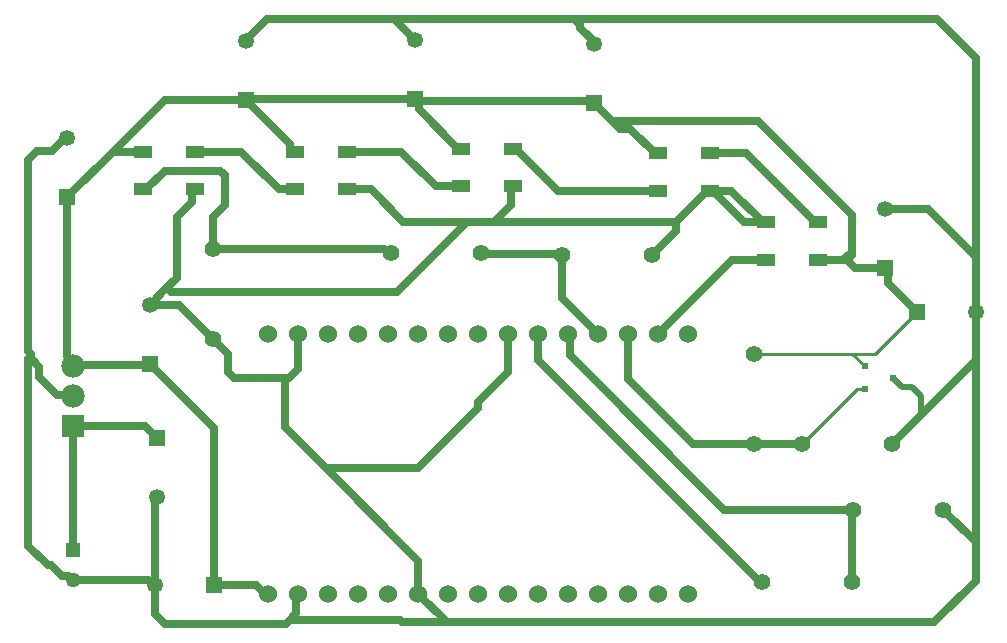
<source format=gtl>
G04*
G04 #@! TF.GenerationSoftware,Altium Limited,Altium Designer,21.4.1 (30)*
G04*
G04 Layer_Physical_Order=1*
G04 Layer_Color=255*
%FSLAX44Y44*%
%MOMM*%
G71*
G04*
G04 #@! TF.SameCoordinates,70A570FA-FAE6-4AEE-A749-F6A98553B2A2*
G04*
G04*
G04 #@! TF.FilePolarity,Positive*
G04*
G01*
G75*
%ADD10R,0.5750X0.6200*%
%ADD11R,1.5000X1.0000*%
%ADD23C,0.7000*%
%ADD24C,0.5000*%
%ADD25C,0.2540*%
%ADD26C,1.4000*%
%ADD27R,1.3500X1.3500*%
%ADD28C,1.3500*%
%ADD29C,1.5300*%
%ADD30R,1.3500X1.3500*%
%ADD31R,1.9800X1.9800*%
%ADD32C,1.9800*%
%ADD33R,1.2750X1.2750*%
%ADD34C,1.2750*%
D10*
X1104450Y638150D02*
D03*
Y619150D02*
D03*
X1128210Y628650D02*
D03*
D11*
X1020670Y760220D02*
D03*
Y728220D02*
D03*
X1064670D02*
D03*
Y760220D02*
D03*
X973230Y786640D02*
D03*
Y818640D02*
D03*
X929230D02*
D03*
Y786640D02*
D03*
X806860Y790450D02*
D03*
Y822450D02*
D03*
X762860D02*
D03*
Y790450D02*
D03*
X665890Y787910D02*
D03*
Y819910D02*
D03*
X621890D02*
D03*
Y787910D02*
D03*
X537620D02*
D03*
Y819910D02*
D03*
X493620D02*
D03*
Y787910D02*
D03*
D23*
X1094105Y456565D02*
Y516255D01*
X1094740Y516890D01*
X1093470Y455930D02*
X1094105Y456565D01*
X1198480Y489350D02*
Y643490D01*
Y456800D02*
Y489350D01*
X1170940Y516890D02*
X1198480Y489350D01*
X985520Y516890D02*
X1094740D01*
X855028Y647382D02*
X985520Y516890D01*
X853440Y665480D02*
X855028Y663892D01*
Y647382D02*
Y663892D01*
X828040Y643890D02*
X1016000Y455930D01*
X1017270D01*
X828040Y643890D02*
Y665480D01*
X1198480Y684530D02*
Y730650D01*
X1002150Y760220D02*
X1018170D01*
X975730Y786640D02*
X991750D01*
X973230D02*
X975730D01*
X1002150Y760220D01*
X580590Y864200D02*
X723700D01*
X580390Y864000D02*
X580590Y864200D01*
X723700D02*
X723900Y864400D01*
X1198480Y730650D02*
Y899560D01*
X858520Y932180D02*
X1165860D01*
X1198480Y899560D01*
X750570Y421640D02*
X1163320D01*
X712400D02*
X750570D01*
X726440Y445770D02*
X750570Y421640D01*
X617580Y423270D02*
X710770D01*
X712400Y421640D01*
X1163320D02*
X1198480Y456800D01*
X713740Y760730D02*
X768220D01*
X790919D01*
X708530Y701040D02*
X768220Y760730D01*
X513553Y704923D02*
X521970Y713340D01*
X499110Y690480D02*
X513553Y704923D01*
X517437Y701040D01*
X708530D01*
X1086470Y728220D02*
X1093470Y735220D01*
X1089220Y728220D02*
X1093470Y732470D01*
Y735220D01*
Y766557D01*
X1064670Y728220D02*
X1086470D01*
X890670Y845820D02*
X897315Y839175D01*
X875030Y861460D02*
X890670Y845820D01*
X1089220Y728220D02*
X1096110Y721330D01*
X1014207Y845820D02*
X1093470Y766557D01*
X890670Y845820D02*
X1014207D01*
X405765Y629285D02*
Y637673D01*
X398621Y644817D02*
X405765Y637673D01*
X396240Y486410D02*
Y643956D01*
X398621Y644817D02*
Y648719D01*
X396240Y651100D02*
X398621Y648719D01*
X405765Y629285D02*
X420770Y614280D01*
X433060D02*
X434340Y613000D01*
X420770Y614280D02*
X433060D01*
X434340Y457600D02*
X497351D01*
X432784D02*
X434340D01*
X425115Y460675D02*
X429709D01*
X432784Y457600D01*
X412750Y469900D02*
X415890D01*
X425115Y460675D01*
X396240Y486410D02*
X412750Y469900D01*
X467720Y819910D02*
X511810Y864000D01*
X429260Y781450D02*
X467720Y819910D01*
X511810Y864000D02*
X580390D01*
X725370Y862930D02*
X727150Y861150D01*
X725370Y862930D02*
X873560D01*
X723900Y864400D02*
X725370Y862930D01*
X873560D02*
X875030Y861460D01*
X727150Y855660D02*
Y861150D01*
X760360Y822450D02*
X762860D01*
X727150Y855660D02*
X760360Y822450D01*
X648111Y552039D02*
X726440Y473710D01*
X613410Y586740D02*
X648111Y552039D01*
X726029D02*
X777240Y603250D01*
X648111Y552039D02*
X726029D01*
X777240Y603250D02*
Y608330D01*
X802640Y633730D02*
Y665480D01*
X777240Y608330D02*
X802640Y633730D01*
X598170Y932180D02*
X706120D01*
X663390Y787910D02*
X665890D01*
X706120Y932180D02*
X858520D01*
X706120D02*
X723900Y914400D01*
X863887Y924362D02*
X875030Y913219D01*
X858520Y932180D02*
X863887Y926813D01*
X875030Y911460D02*
Y913219D01*
X863887Y924362D02*
Y926813D01*
X580390Y914400D02*
X598170Y932180D01*
X580390Y914000D02*
Y914400D01*
X613410Y628650D02*
X617220D01*
X570230D02*
X613410D01*
X726440Y445770D02*
Y473710D01*
X613410Y586740D02*
Y628650D01*
X617580Y423270D02*
X623252Y428942D01*
X614680Y420370D02*
X617580Y423270D01*
X623252Y444182D02*
X624840Y445770D01*
X623252Y428942D02*
Y444182D01*
X511810Y420370D02*
X614680D01*
X1157800Y771330D02*
X1198480Y730650D01*
X1121410Y771330D02*
X1157800D01*
X1151890Y596900D02*
X1198480Y643490D01*
X1127760Y572770D02*
X1151890Y596900D01*
X1198480Y643490D02*
Y684530D01*
X1124660Y708350D02*
Y718080D01*
Y708350D02*
X1148480Y684530D01*
X1121410Y721330D02*
X1124660Y718080D01*
X1096110Y721330D02*
X1121410D01*
X992380Y728220D02*
X1020670D01*
X929640Y665480D02*
X992380Y728220D01*
X991750Y786640D02*
X1018170Y760220D01*
X1020670D01*
X973230Y818640D02*
X1003750D01*
X1062170Y760220D01*
X1064670D01*
X906195Y839175D02*
X926730Y818640D01*
X929230D01*
X897315Y839175D02*
X906195D01*
X944820Y753050D02*
Y760730D01*
X924560Y732790D02*
X944820Y753050D01*
Y760730D02*
X970730Y786640D01*
X973230D01*
X790919Y760730D02*
X944820D01*
X848360Y695960D02*
X878840Y665480D01*
X848360Y695960D02*
Y732790D01*
X536222Y787910D02*
X537620D01*
X534722Y777459D02*
Y786410D01*
X521970Y713340D02*
Y764707D01*
X534722Y777459D01*
Y786410D02*
X536222Y787910D01*
X805139Y788950D02*
X806639Y790450D01*
X790919Y760730D02*
X805139Y774950D01*
X806639Y790450D02*
X806860D01*
X805139Y774950D02*
Y788950D01*
X686560Y787910D02*
X713740Y760730D01*
X665890Y787910D02*
X686560D01*
X711935Y819910D02*
X741395Y790450D01*
X762860D01*
X617890Y821410D02*
Y826500D01*
X619390Y819910D02*
X621890D01*
X580390Y864000D02*
X617890Y826500D01*
Y821410D02*
X619390Y819910D01*
X780415Y733425D02*
X847725D01*
X779780Y734060D02*
X780415Y733425D01*
X847725D02*
X848360Y732790D01*
X552450Y737870D02*
Y764707D01*
X562610Y774867D02*
Y799809D01*
X512120Y803910D02*
X558509D01*
X552450Y764707D02*
X562610Y774867D01*
X558509Y803910D02*
X562610Y799809D01*
X496120Y787910D02*
X512120Y803910D01*
X493620Y787910D02*
X496120D01*
X608345D02*
X621890D01*
X576345Y819910D02*
X608345Y787910D01*
X537620Y819910D02*
X576345D01*
X665890D02*
X711935D01*
X1010920Y572770D02*
X1051560D01*
X958850D02*
X1010920D01*
X491120Y787910D02*
X493620D01*
X552450Y737870D02*
X697876D01*
X701686Y734060D01*
X565150Y633730D02*
Y648970D01*
X552450Y661670D02*
X565150Y648970D01*
Y633730D02*
X570230Y628650D01*
X617220D02*
X624840Y636270D01*
Y665480D01*
X523640Y690480D02*
X552450Y661670D01*
X499110Y690480D02*
X523640D01*
X701686Y734060D02*
X703580D01*
X435330Y639490D02*
X498120D01*
X434340Y638500D02*
X435330Y639490D01*
X498120D02*
X499110Y640480D01*
X553320Y586270D01*
Y453390D02*
Y586270D01*
X589574Y453390D02*
X597194Y445770D01*
X553320Y453390D02*
X589574D01*
X597194Y445770D02*
X599440D01*
X503320Y428860D02*
Y453390D01*
Y428860D02*
X511810Y420370D01*
X503320Y453390D02*
Y523241D01*
X505460Y525381D01*
Y527140D01*
X497351Y457600D02*
X501561Y453390D01*
X503320D01*
X904240Y627380D02*
X958850Y572770D01*
X904240Y627380D02*
Y665480D01*
X809360Y822450D02*
X845170Y786640D01*
X929230D01*
X806860Y822450D02*
X809360D01*
X416358Y820307D02*
X427501Y831450D01*
X396240Y812800D02*
X403747Y820307D01*
X427501Y831450D02*
X429260D01*
X403747Y820307D02*
X416358D01*
X396240Y651100D02*
Y812800D01*
X434340Y482600D02*
Y587500D01*
X434340Y587500D02*
X434340Y587500D01*
Y482600D02*
X434340Y482600D01*
X495100Y587500D02*
X505460Y577140D01*
X434340Y587500D02*
X495100D01*
X429260Y647044D02*
Y781450D01*
Y647044D02*
X434340Y641964D01*
Y638500D02*
Y641964D01*
X467720Y819910D02*
X493620D01*
D24*
X1128210Y628425D02*
X1136049Y620586D01*
X1144426D02*
X1151890Y613121D01*
Y596900D02*
Y613121D01*
X1128210Y628425D02*
Y628650D01*
X1136049Y620586D02*
X1144426D01*
D25*
X1051560Y572770D02*
X1097940Y619150D01*
X1104450D01*
X1093855Y648970D02*
X1112920D01*
X1010920D02*
X1093855D01*
X1112920D02*
X1148480Y684530D01*
X1093855Y648970D02*
X1104450Y638375D01*
Y638150D02*
Y638375D01*
D26*
X1093470Y455930D02*
D03*
X1017270D02*
D03*
X1170940Y516890D02*
D03*
X1094740D02*
D03*
X703580Y734060D02*
D03*
X779780D02*
D03*
X1010920Y572770D02*
D03*
Y648970D02*
D03*
X1127760Y572770D02*
D03*
X1051560D02*
D03*
X924560Y732790D02*
D03*
X848360D02*
D03*
X552450Y661670D02*
D03*
Y737870D02*
D03*
D27*
X505460Y577140D02*
D03*
X499110Y640480D02*
D03*
X1121410Y721330D02*
D03*
X875030Y861460D02*
D03*
X723900Y864400D02*
D03*
X429260Y781450D02*
D03*
X580390Y864000D02*
D03*
D28*
X505460Y527140D02*
D03*
X499110Y690480D02*
D03*
X1198480Y684530D02*
D03*
X503320Y453390D02*
D03*
X1121410Y771330D02*
D03*
X875030Y911460D02*
D03*
X723900Y914400D02*
D03*
X429260Y831450D02*
D03*
X580390Y914000D02*
D03*
D29*
X955040Y665480D02*
D03*
X929640D02*
D03*
X904240D02*
D03*
X878840D02*
D03*
X853440D02*
D03*
X828040D02*
D03*
X802640D02*
D03*
X777240D02*
D03*
X751840D02*
D03*
X726440D02*
D03*
X701040D02*
D03*
X675640D02*
D03*
X650240D02*
D03*
X624840D02*
D03*
X599440D02*
D03*
X955040Y445770D02*
D03*
X929640D02*
D03*
X904240D02*
D03*
X878840D02*
D03*
X853440D02*
D03*
X828040D02*
D03*
X802640D02*
D03*
X777240D02*
D03*
X751840D02*
D03*
X726440D02*
D03*
X701040D02*
D03*
X675640D02*
D03*
X650240D02*
D03*
X624840D02*
D03*
X599440D02*
D03*
D30*
X1148480Y684530D02*
D03*
X553320Y453390D02*
D03*
D31*
X434340Y587500D02*
D03*
D32*
Y613000D02*
D03*
Y638500D02*
D03*
D33*
X434340Y482600D02*
D03*
D34*
Y457600D02*
D03*
M02*

</source>
